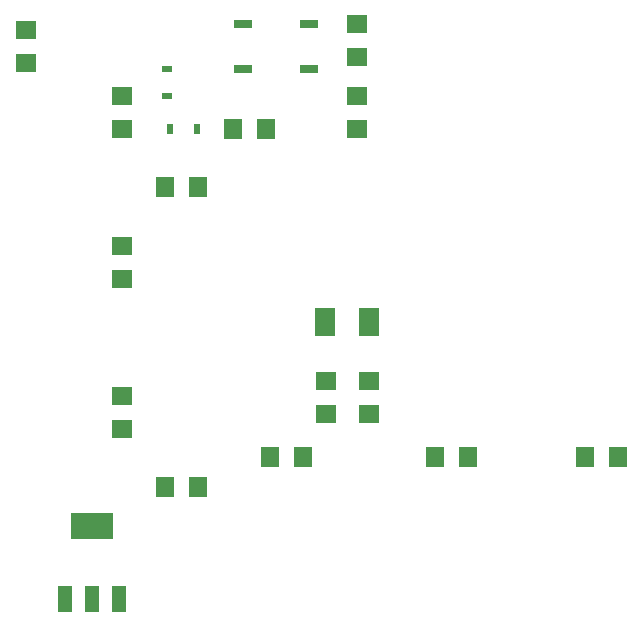
<source format=gtp>
G75*
%MOIN*%
%OFA0B0*%
%FSLAX25Y25*%
%IPPOS*%
%LPD*%
%AMOC8*
5,1,8,0,0,1.08239X$1,22.5*
%
%ADD10R,0.07087X0.06299*%
%ADD11R,0.06299X0.07087*%
%ADD12R,0.03268X0.02480*%
%ADD13R,0.02480X0.03268*%
%ADD14R,0.06000X0.03000*%
%ADD15R,0.04800X0.08800*%
%ADD16R,0.14173X0.08661*%
%ADD17R,0.06693X0.09449*%
D10*
X0070073Y0079561D03*
X0070073Y0090585D03*
X0070073Y0129561D03*
X0070073Y0140585D03*
X0070073Y0179561D03*
X0070073Y0190585D03*
X0038073Y0201561D03*
X0038073Y0212585D03*
X0148573Y0214585D03*
X0148573Y0203561D03*
X0148573Y0190585D03*
X0148573Y0179561D03*
X0152573Y0095585D03*
X0138073Y0095585D03*
X0138073Y0084561D03*
X0152573Y0084561D03*
D11*
X0130585Y0070073D03*
X0119561Y0070073D03*
X0095585Y0060073D03*
X0084561Y0060073D03*
X0174561Y0070073D03*
X0185585Y0070073D03*
X0224561Y0070073D03*
X0235585Y0070073D03*
X0095585Y0160073D03*
X0084561Y0160073D03*
X0107061Y0179573D03*
X0118085Y0179573D03*
D12*
X0085073Y0190546D03*
X0085073Y0199601D03*
D13*
X0086046Y0179573D03*
X0095101Y0179573D03*
D14*
X0110573Y0199573D03*
X0110573Y0214573D03*
X0132573Y0214573D03*
X0132573Y0199573D03*
D15*
X0050973Y0022873D03*
X0060073Y0022873D03*
X0069173Y0022873D03*
D16*
X0060073Y0047274D03*
D17*
X0137790Y0115073D03*
X0152357Y0115073D03*
M02*

</source>
